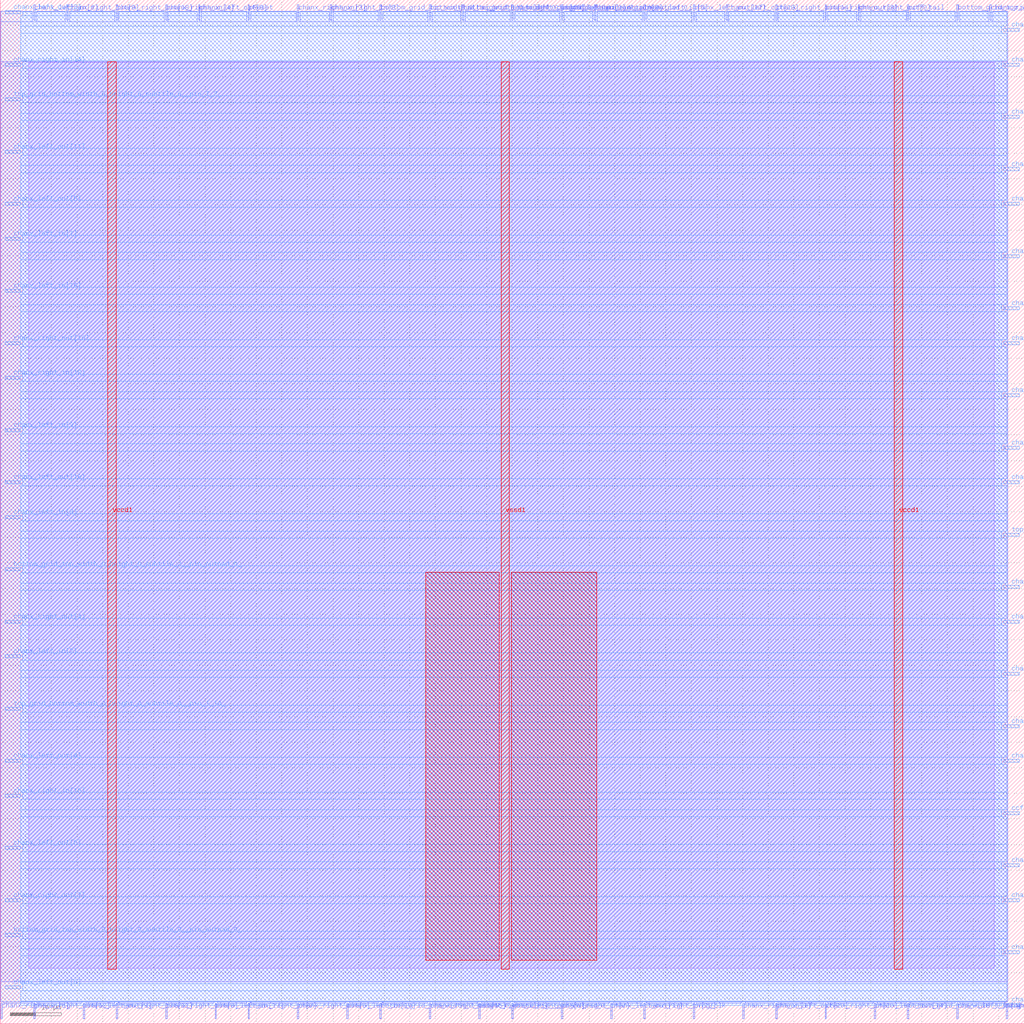
<source format=lef>
VERSION 5.7 ;
  NOWIREEXTENSIONATPIN ON ;
  DIVIDERCHAR "/" ;
  BUSBITCHARS "[]" ;
MACRO cbx_1__0_
  CLASS BLOCK ;
  FOREIGN cbx_1__0_ ;
  ORIGIN 0.000 0.000 ;
  SIZE 200.000 BY 200.000 ;
  PIN bottom_grid_top_width_0_height_0_subtile_0__pin_outpad_0_
    DIRECTION OUTPUT TRISTATE ;
    USE SIGNAL ;
    PORT
      LAYER met3 ;
        RECT 1.000 17.040 4.000 17.640 ;
    END
  END bottom_grid_top_width_0_height_0_subtile_0__pin_outpad_0_
  PIN bottom_grid_top_width_0_height_0_subtile_1__pin_outpad_0_
    DIRECTION OUTPUT TRISTATE ;
    USE SIGNAL ;
    PORT
      LAYER met2 ;
        RECT 186.850 196.000 187.130 199.000 ;
    END
  END bottom_grid_top_width_0_height_0_subtile_1__pin_outpad_0_
  PIN bottom_grid_top_width_0_height_0_subtile_2__pin_outpad_0_
    DIRECTION OUTPUT TRISTATE ;
    USE SIGNAL ;
    PORT
      LAYER met3 ;
        RECT 1.000 88.440 4.000 89.040 ;
    END
  END bottom_grid_top_width_0_height_0_subtile_2__pin_outpad_0_
  PIN bottom_grid_top_width_0_height_0_subtile_3__pin_outpad_0_
    DIRECTION OUTPUT TRISTATE ;
    USE SIGNAL ;
    PORT
      LAYER met2 ;
        RECT 177.190 1.000 177.470 4.000 ;
    END
  END bottom_grid_top_width_0_height_0_subtile_3__pin_outpad_0_
  PIN bottom_grid_top_width_0_height_0_subtile_4__pin_outpad_0_
    DIRECTION OUTPUT TRISTATE ;
    USE SIGNAL ;
    PORT
      LAYER met2 ;
        RECT 74.150 196.000 74.430 199.000 ;
    END
  END bottom_grid_top_width_0_height_0_subtile_4__pin_outpad_0_
  PIN bottom_grid_top_width_0_height_0_subtile_5__pin_outpad_0_
    DIRECTION OUTPUT TRISTATE ;
    USE SIGNAL ;
    PORT
      LAYER met2 ;
        RECT 83.810 196.000 84.090 199.000 ;
    END
  END bottom_grid_top_width_0_height_0_subtile_5__pin_outpad_0_
  PIN bottom_grid_top_width_0_height_0_subtile_6__pin_outpad_0_
    DIRECTION OUTPUT TRISTATE ;
    USE SIGNAL ;
    PORT
      LAYER met2 ;
        RECT 90.250 196.000 90.530 199.000 ;
    END
  END bottom_grid_top_width_0_height_0_subtile_6__pin_outpad_0_
  PIN bottom_grid_top_width_0_height_0_subtile_7__pin_outpad_0_
    DIRECTION OUTPUT TRISTATE ;
    USE SIGNAL ;
    PORT
      LAYER met2 ;
        RECT 74.150 1.000 74.430 4.000 ;
    END
  END bottom_grid_top_width_0_height_0_subtile_7__pin_outpad_0_
  PIN ccff_head
    DIRECTION INPUT ;
    USE SIGNAL ;
    PORT
      LAYER met3 ;
        RECT 196.000 40.840 199.000 41.440 ;
    END
  END ccff_head
  PIN ccff_tail
    DIRECTION OUTPUT TRISTATE ;
    USE SIGNAL ;
    PORT
      LAYER met2 ;
        RECT 177.190 196.000 177.470 199.000 ;
    END
  END ccff_tail
  PIN chanx_left_in[0]
    DIRECTION INPUT ;
    USE SIGNAL ;
    PORT
      LAYER met2 ;
        RECT 109.570 196.000 109.850 199.000 ;
    END
  END chanx_left_in[0]
  PIN chanx_left_in[10]
    DIRECTION INPUT ;
    USE SIGNAL ;
    PORT
      LAYER met2 ;
        RECT 67.710 1.000 67.990 4.000 ;
    END
  END chanx_left_in[10]
  PIN chanx_left_in[11]
    DIRECTION INPUT ;
    USE SIGNAL ;
    PORT
      LAYER met3 ;
        RECT 196.000 57.840 199.000 58.440 ;
    END
  END chanx_left_in[11]
  PIN chanx_left_in[12]
    DIRECTION INPUT ;
    USE SIGNAL ;
    PORT
      LAYER met3 ;
        RECT 196.000 85.040 199.000 85.640 ;
    END
  END chanx_left_in[12]
  PIN chanx_left_in[13]
    DIRECTION INPUT ;
    USE SIGNAL ;
    PORT
      LAYER met3 ;
        RECT 196.000 176.840 199.000 177.440 ;
    END
  END chanx_left_in[13]
  PIN chanx_left_in[14]
    DIRECTION INPUT ;
    USE SIGNAL ;
    PORT
      LAYER met3 ;
        RECT 196.000 159.840 199.000 160.440 ;
    END
  END chanx_left_in[14]
  PIN chanx_left_in[15]
    DIRECTION INPUT ;
    USE SIGNAL ;
    PORT
      LAYER met3 ;
        RECT 196.000 23.840 199.000 24.440 ;
    END
  END chanx_left_in[15]
  PIN chanx_left_in[16]
    DIRECTION INPUT ;
    USE SIGNAL ;
    PORT
      LAYER met3 ;
        RECT 1.000 142.840 4.000 143.440 ;
    END
  END chanx_left_in[16]
  PIN chanx_left_in[17]
    DIRECTION INPUT ;
    USE SIGNAL ;
    PORT
      LAYER met2 ;
        RECT 41.950 1.000 42.230 4.000 ;
    END
  END chanx_left_in[17]
  PIN chanx_left_in[18]
    DIRECTION INPUT ;
    USE SIGNAL ;
    PORT
      LAYER met3 ;
        RECT 196.000 132.640 199.000 133.240 ;
    END
  END chanx_left_in[18]
  PIN chanx_left_in[1]
    DIRECTION INPUT ;
    USE SIGNAL ;
    PORT
      LAYER met3 ;
        RECT 1.000 153.040 4.000 153.640 ;
    END
  END chanx_left_in[1]
  PIN chanx_left_in[2]
    DIRECTION INPUT ;
    USE SIGNAL ;
    PORT
      LAYER met3 ;
        RECT 1.000 71.440 4.000 72.040 ;
    END
  END chanx_left_in[2]
  PIN chanx_left_in[3]
    DIRECTION INPUT ;
    USE SIGNAL ;
    PORT
      LAYER met3 ;
        RECT 196.000 139.440 199.000 140.040 ;
    END
  END chanx_left_in[3]
  PIN chanx_left_in[4]
    DIRECTION INPUT ;
    USE SIGNAL ;
    PORT
      LAYER met2 ;
        RECT 186.850 1.000 187.130 4.000 ;
    END
  END chanx_left_in[4]
  PIN chanx_left_in[5]
    DIRECTION INPUT ;
    USE SIGNAL ;
    PORT
      LAYER met2 ;
        RECT 125.670 196.000 125.950 199.000 ;
    END
  END chanx_left_in[5]
  PIN chanx_left_in[6]
    DIRECTION INPUT ;
    USE SIGNAL ;
    PORT
      LAYER met2 ;
        RECT 6.530 196.000 6.810 199.000 ;
    END
  END chanx_left_in[6]
  PIN chanx_left_in[7]
    DIRECTION INPUT ;
    USE SIGNAL ;
    PORT
      LAYER met3 ;
        RECT 196.000 149.640 199.000 150.240 ;
    END
  END chanx_left_in[7]
  PIN chanx_left_in[8]
    DIRECTION INPUT ;
    USE SIGNAL ;
    PORT
      LAYER met3 ;
        RECT 1.000 98.640 4.000 99.240 ;
    END
  END chanx_left_in[8]
  PIN chanx_left_in[9]
    DIRECTION INPUT ;
    USE SIGNAL ;
    PORT
      LAYER met3 ;
        RECT 1.000 115.640 4.000 116.240 ;
    END
  END chanx_left_in[9]
  PIN chanx_left_out[0]
    DIRECTION OUTPUT TRISTATE ;
    USE SIGNAL ;
    PORT
      LAYER met3 ;
        RECT 1.000 6.840 4.000 7.440 ;
    END
  END chanx_left_out[0]
  PIN chanx_left_out[10]
    DIRECTION OUTPUT TRISTATE ;
    USE SIGNAL ;
    PORT
      LAYER met2 ;
        RECT 151.430 1.000 151.710 4.000 ;
    END
  END chanx_left_out[10]
  PIN chanx_left_out[11]
    DIRECTION OUTPUT TRISTATE ;
    USE SIGNAL ;
    PORT
      LAYER met3 ;
        RECT 1.000 170.040 4.000 170.640 ;
    END
  END chanx_left_out[11]
  PIN chanx_left_out[12]
    DIRECTION OUTPUT TRISTATE ;
    USE SIGNAL ;
    PORT
      LAYER met2 ;
        RECT 135.330 196.000 135.610 199.000 ;
    END
  END chanx_left_out[12]
  PIN chanx_left_out[13]
    DIRECTION OUTPUT TRISTATE ;
    USE SIGNAL ;
    PORT
      LAYER met2 ;
        RECT 141.770 196.000 142.050 199.000 ;
    END
  END chanx_left_out[13]
  PIN chanx_left_out[14]
    DIRECTION OUTPUT TRISTATE ;
    USE SIGNAL ;
    PORT
      LAYER met2 ;
        RECT 170.750 1.000 171.030 4.000 ;
    END
  END chanx_left_out[14]
  PIN chanx_left_out[15]
    DIRECTION OUTPUT TRISTATE ;
    USE SIGNAL ;
    PORT
      LAYER met2 ;
        RECT 99.910 196.000 100.190 199.000 ;
    END
  END chanx_left_out[15]
  PIN chanx_left_out[16]
    DIRECTION OUTPUT TRISTATE ;
    USE SIGNAL ;
    PORT
      LAYER met3 ;
        RECT 196.000 166.640 199.000 167.240 ;
    END
  END chanx_left_out[16]
  PIN chanx_left_out[17]
    DIRECTION OUTPUT TRISTATE ;
    USE SIGNAL ;
    PORT
      LAYER met2 ;
        RECT 119.230 1.000 119.510 4.000 ;
    END
  END chanx_left_out[17]
  PIN chanx_left_out[18]
    DIRECTION OUTPUT TRISTATE ;
    USE SIGNAL ;
    PORT
      LAYER met3 ;
        RECT 1.000 105.440 4.000 106.040 ;
    END
  END chanx_left_out[18]
  PIN chanx_left_out[1]
    DIRECTION OUTPUT TRISTATE ;
    USE SIGNAL ;
    PORT
      LAYER met3 ;
        RECT 196.000 3.440 199.000 4.040 ;
    END
  END chanx_left_out[1]
  PIN chanx_left_out[2]
    DIRECTION OUTPUT TRISTATE ;
    USE SIGNAL ;
    PORT
      LAYER met3 ;
        RECT 196.000 78.240 199.000 78.840 ;
    END
  END chanx_left_out[2]
  PIN chanx_left_out[3]
    DIRECTION OUTPUT TRISTATE ;
    USE SIGNAL ;
    PORT
      LAYER met3 ;
        RECT 1.000 197.240 4.000 197.840 ;
    END
  END chanx_left_out[3]
  PIN chanx_left_out[4]
    DIRECTION OUTPUT TRISTATE ;
    USE SIGNAL ;
    PORT
      LAYER met3 ;
        RECT 1.000 51.040 4.000 51.640 ;
    END
  END chanx_left_out[4]
  PIN chanx_left_out[5]
    DIRECTION OUTPUT TRISTATE ;
    USE SIGNAL ;
    PORT
      LAYER met3 ;
        RECT 1.000 159.840 4.000 160.440 ;
    END
  END chanx_left_out[5]
  PIN chanx_left_out[6]
    DIRECTION OUTPUT TRISTATE ;
    USE SIGNAL ;
    PORT
      LAYER met3 ;
        RECT 1.000 34.040 4.000 34.640 ;
    END
  END chanx_left_out[6]
  PIN chanx_left_out[7]
    DIRECTION OUTPUT TRISTATE ;
    USE SIGNAL ;
    PORT
      LAYER met3 ;
        RECT 196.000 187.040 199.000 187.640 ;
    END
  END chanx_left_out[7]
  PIN chanx_left_out[8]
    DIRECTION OUTPUT TRISTATE ;
    USE SIGNAL ;
    PORT
      LAYER met2 ;
        RECT 38.730 196.000 39.010 199.000 ;
    END
  END chanx_left_out[8]
  PIN chanx_left_out[9]
    DIRECTION OUTPUT TRISTATE ;
    USE SIGNAL ;
    PORT
      LAYER met2 ;
        RECT 16.190 1.000 16.470 4.000 ;
    END
  END chanx_left_out[9]
  PIN chanx_right_in[0]
    DIRECTION INPUT ;
    USE SIGNAL ;
    PORT
      LAYER met2 ;
        RECT 48.390 1.000 48.670 4.000 ;
    END
  END chanx_right_in[0]
  PIN chanx_right_in[10]
    DIRECTION INPUT ;
    USE SIGNAL ;
    PORT
      LAYER met2 ;
        RECT 161.090 1.000 161.370 4.000 ;
    END
  END chanx_right_in[10]
  PIN chanx_right_in[11]
    DIRECTION INPUT ;
    USE SIGNAL ;
    PORT
      LAYER met3 ;
        RECT 196.000 68.040 199.000 68.640 ;
    END
  END chanx_right_in[11]
  PIN chanx_right_in[12]
    DIRECTION INPUT ;
    USE SIGNAL ;
    PORT
      LAYER met3 ;
        RECT 196.000 30.640 199.000 31.240 ;
    END
  END chanx_right_in[12]
  PIN chanx_right_in[13]
    DIRECTION INPUT ;
    USE SIGNAL ;
    PORT
      LAYER met2 ;
        RECT 125.670 1.000 125.950 4.000 ;
    END
  END chanx_right_in[13]
  PIN chanx_right_in[14]
    DIRECTION INPUT ;
    USE SIGNAL ;
    PORT
      LAYER met3 ;
        RECT 1.000 187.040 4.000 187.640 ;
    END
  END chanx_right_in[14]
  PIN chanx_right_in[15]
    DIRECTION INPUT ;
    USE SIGNAL ;
    PORT
      LAYER met2 ;
        RECT 196.510 1.000 196.790 4.000 ;
    END
  END chanx_right_in[15]
  PIN chanx_right_in[16]
    DIRECTION INPUT ;
    USE SIGNAL ;
    PORT
      LAYER met3 ;
        RECT 1.000 44.240 4.000 44.840 ;
    END
  END chanx_right_in[16]
  PIN chanx_right_in[17]
    DIRECTION INPUT ;
    USE SIGNAL ;
    PORT
      LAYER met3 ;
        RECT 196.000 51.040 199.000 51.640 ;
    END
  END chanx_right_in[17]
  PIN chanx_right_in[18]
    DIRECTION INPUT ;
    USE SIGNAL ;
    PORT
      LAYER met3 ;
        RECT 1.000 125.840 4.000 126.440 ;
    END
  END chanx_right_in[18]
  PIN chanx_right_in[1]
    DIRECTION INPUT ;
    USE SIGNAL ;
    PORT
      LAYER met2 ;
        RECT 144.990 1.000 145.270 4.000 ;
    END
  END chanx_right_in[1]
  PIN chanx_right_in[2]
    DIRECTION INPUT ;
    USE SIGNAL ;
    PORT
      LAYER met3 ;
        RECT 196.000 122.440 199.000 123.040 ;
    END
  END chanx_right_in[2]
  PIN chanx_right_in[3]
    DIRECTION INPUT ;
    USE SIGNAL ;
    PORT
      LAYER met2 ;
        RECT 58.050 196.000 58.330 199.000 ;
    END
  END chanx_right_in[3]
  PIN chanx_right_in[4]
    DIRECTION INPUT ;
    USE SIGNAL ;
    PORT
      LAYER met2 ;
        RECT 32.290 196.000 32.570 199.000 ;
    END
  END chanx_right_in[4]
  PIN chanx_right_in[5]
    DIRECTION INPUT ;
    USE SIGNAL ;
    PORT
      LAYER met2 ;
        RECT 93.470 1.000 93.750 4.000 ;
    END
  END chanx_right_in[5]
  PIN chanx_right_in[6]
    DIRECTION INPUT ;
    USE SIGNAL ;
    PORT
      LAYER met2 ;
        RECT 0.090 1.000 0.370 4.000 ;
    END
  END chanx_right_in[6]
  PIN chanx_right_in[7]
    DIRECTION INPUT ;
    USE SIGNAL ;
    PORT
      LAYER met2 ;
        RECT 109.570 1.000 109.850 4.000 ;
    END
  END chanx_right_in[7]
  PIN chanx_right_in[8]
    DIRECTION INPUT ;
    USE SIGNAL ;
    PORT
      LAYER met2 ;
        RECT 64.490 196.000 64.770 199.000 ;
    END
  END chanx_right_in[8]
  PIN chanx_right_in[9]
    DIRECTION INPUT ;
    USE SIGNAL ;
    PORT
      LAYER met2 ;
        RECT 116.010 196.000 116.290 199.000 ;
    END
  END chanx_right_in[9]
  PIN chanx_right_out[0]
    DIRECTION OUTPUT TRISTATE ;
    USE SIGNAL ;
    PORT
      LAYER met2 ;
        RECT 167.530 196.000 167.810 199.000 ;
    END
  END chanx_right_out[0]
  PIN chanx_right_out[10]
    DIRECTION OUTPUT TRISTATE ;
    USE SIGNAL ;
    PORT
      LAYER met3 ;
        RECT 1.000 132.640 4.000 133.240 ;
    END
  END chanx_right_out[10]
  PIN chanx_right_out[11]
    DIRECTION OUTPUT TRISTATE ;
    USE SIGNAL ;
    PORT
      LAYER met2 ;
        RECT 22.630 1.000 22.910 4.000 ;
    END
  END chanx_right_out[11]
  PIN chanx_right_out[12]
    DIRECTION OUTPUT TRISTATE ;
    USE SIGNAL ;
    PORT
      LAYER met2 ;
        RECT 6.530 1.000 6.810 4.000 ;
    END
  END chanx_right_out[12]
  PIN chanx_right_out[13]
    DIRECTION OUTPUT TRISTATE ;
    USE SIGNAL ;
    PORT
      LAYER met2 ;
        RECT 193.290 196.000 193.570 199.000 ;
    END
  END chanx_right_out[13]
  PIN chanx_right_out[14]
    DIRECTION OUTPUT TRISTATE ;
    USE SIGNAL ;
    PORT
      LAYER met2 ;
        RECT 151.430 196.000 151.710 199.000 ;
    END
  END chanx_right_out[14]
  PIN chanx_right_out[15]
    DIRECTION OUTPUT TRISTATE ;
    USE SIGNAL ;
    PORT
      LAYER met2 ;
        RECT 83.810 1.000 84.090 4.000 ;
    END
  END chanx_right_out[15]
  PIN chanx_right_out[16]
    DIRECTION OUTPUT TRISTATE ;
    USE SIGNAL ;
    PORT
      LAYER met3 ;
        RECT 196.000 193.840 199.000 194.440 ;
    END
  END chanx_right_out[16]
  PIN chanx_right_out[17]
    DIRECTION OUTPUT TRISTATE ;
    USE SIGNAL ;
    PORT
      LAYER met3 ;
        RECT 196.000 13.640 199.000 14.240 ;
    END
  END chanx_right_out[17]
  PIN chanx_right_out[18]
    DIRECTION OUTPUT TRISTATE ;
    USE SIGNAL ;
    PORT
      LAYER met2 ;
        RECT 22.630 196.000 22.910 199.000 ;
    END
  END chanx_right_out[18]
  PIN chanx_right_out[1]
    DIRECTION OUTPUT TRISTATE ;
    USE SIGNAL ;
    PORT
      LAYER met3 ;
        RECT 196.000 105.440 199.000 106.040 ;
    END
  END chanx_right_out[1]
  PIN chanx_right_out[2]
    DIRECTION OUTPUT TRISTATE ;
    USE SIGNAL ;
    PORT
      LAYER met2 ;
        RECT 32.290 1.000 32.570 4.000 ;
    END
  END chanx_right_out[2]
  PIN chanx_right_out[3]
    DIRECTION OUTPUT TRISTATE ;
    USE SIGNAL ;
    PORT
      LAYER met2 ;
        RECT 58.050 1.000 58.330 4.000 ;
    END
  END chanx_right_out[3]
  PIN chanx_right_out[4]
    DIRECTION OUTPUT TRISTATE ;
    USE SIGNAL ;
    PORT
      LAYER met3 ;
        RECT 1.000 78.240 4.000 78.840 ;
    END
  END chanx_right_out[4]
  PIN chanx_right_out[5]
    DIRECTION OUTPUT TRISTATE ;
    USE SIGNAL ;
    PORT
      LAYER met3 ;
        RECT 196.000 112.240 199.000 112.840 ;
    END
  END chanx_right_out[5]
  PIN chanx_right_out[6]
    DIRECTION OUTPUT TRISTATE ;
    USE SIGNAL ;
    PORT
      LAYER met2 ;
        RECT 99.910 1.000 100.190 4.000 ;
    END
  END chanx_right_out[6]
  PIN chanx_right_out[7]
    DIRECTION OUTPUT TRISTATE ;
    USE SIGNAL ;
    PORT
      LAYER met3 ;
        RECT 1.000 23.840 4.000 24.440 ;
    END
  END chanx_right_out[7]
  PIN chanx_right_out[8]
    DIRECTION OUTPUT TRISTATE ;
    USE SIGNAL ;
    PORT
      LAYER met2 ;
        RECT 161.090 196.000 161.370 199.000 ;
    END
  END chanx_right_out[8]
  PIN chanx_right_out[9]
    DIRECTION OUTPUT TRISTATE ;
    USE SIGNAL ;
    PORT
      LAYER met2 ;
        RECT 12.970 196.000 13.250 199.000 ;
    END
  END chanx_right_out[9]
  PIN pReset
    DIRECTION INPUT ;
    USE SIGNAL ;
    PORT
      LAYER met2 ;
        RECT 48.390 196.000 48.670 199.000 ;
    END
  END pReset
  PIN prog_clk
    DIRECTION INPUT ;
    USE SIGNAL ;
    PORT
      LAYER met2 ;
        RECT 135.330 1.000 135.610 4.000 ;
    END
  END prog_clk
  PIN top_grid_bottom_width_0_height_0_subtile_0__pin_I_10_
    DIRECTION OUTPUT TRISTATE ;
    USE SIGNAL ;
    PORT
      LAYER met3 ;
        RECT 1.000 61.240 4.000 61.840 ;
    END
  END top_grid_bottom_width_0_height_0_subtile_0__pin_I_10_
  PIN top_grid_bottom_width_0_height_0_subtile_0__pin_I_2_
    DIRECTION OUTPUT TRISTATE ;
    USE SIGNAL ;
    PORT
      LAYER met3 ;
        RECT 1.000 180.240 4.000 180.840 ;
    END
  END top_grid_bottom_width_0_height_0_subtile_0__pin_I_2_
  PIN top_grid_bottom_width_0_height_0_subtile_0__pin_I_6_
    DIRECTION OUTPUT TRISTATE ;
    USE SIGNAL ;
    PORT
      LAYER met3 ;
        RECT 196.000 95.240 199.000 95.840 ;
    END
  END top_grid_bottom_width_0_height_0_subtile_0__pin_I_6_
  PIN vccd1
    DIRECTION INOUT ;
    USE POWER ;
    PORT
      LAYER met4 ;
        RECT 21.040 10.640 22.640 187.920 ;
    END
    PORT
      LAYER met4 ;
        RECT 174.640 10.640 176.240 187.920 ;
    END
  END vccd1
  PIN vssd1
    DIRECTION INOUT ;
    USE GROUND ;
    PORT
      LAYER met4 ;
        RECT 97.840 10.640 99.440 187.920 ;
    END
  END vssd1
  OBS
      LAYER li1 ;
        RECT 5.520 10.795 194.120 187.765 ;
      LAYER met1 ;
        RECT 0.070 8.200 196.810 187.920 ;
      LAYER met2 ;
        RECT 0.100 195.720 6.250 197.725 ;
        RECT 7.090 195.720 12.690 197.725 ;
        RECT 13.530 195.720 22.350 197.725 ;
        RECT 23.190 195.720 32.010 197.725 ;
        RECT 32.850 195.720 38.450 197.725 ;
        RECT 39.290 195.720 48.110 197.725 ;
        RECT 48.950 195.720 57.770 197.725 ;
        RECT 58.610 195.720 64.210 197.725 ;
        RECT 65.050 195.720 73.870 197.725 ;
        RECT 74.710 195.720 83.530 197.725 ;
        RECT 84.370 195.720 89.970 197.725 ;
        RECT 90.810 195.720 99.630 197.725 ;
        RECT 100.470 195.720 109.290 197.725 ;
        RECT 110.130 195.720 115.730 197.725 ;
        RECT 116.570 195.720 125.390 197.725 ;
        RECT 126.230 195.720 135.050 197.725 ;
        RECT 135.890 195.720 141.490 197.725 ;
        RECT 142.330 195.720 151.150 197.725 ;
        RECT 151.990 195.720 160.810 197.725 ;
        RECT 161.650 195.720 167.250 197.725 ;
        RECT 168.090 195.720 176.910 197.725 ;
        RECT 177.750 195.720 186.570 197.725 ;
        RECT 187.410 195.720 193.010 197.725 ;
        RECT 193.850 195.720 196.780 197.725 ;
        RECT 0.100 4.280 196.780 195.720 ;
        RECT 0.650 4.000 6.250 4.280 ;
        RECT 7.090 4.000 15.910 4.280 ;
        RECT 16.750 4.000 22.350 4.280 ;
        RECT 23.190 4.000 32.010 4.280 ;
        RECT 32.850 4.000 41.670 4.280 ;
        RECT 42.510 4.000 48.110 4.280 ;
        RECT 48.950 4.000 57.770 4.280 ;
        RECT 58.610 4.000 67.430 4.280 ;
        RECT 68.270 4.000 73.870 4.280 ;
        RECT 74.710 4.000 83.530 4.280 ;
        RECT 84.370 4.000 93.190 4.280 ;
        RECT 94.030 4.000 99.630 4.280 ;
        RECT 100.470 4.000 109.290 4.280 ;
        RECT 110.130 4.000 118.950 4.280 ;
        RECT 119.790 4.000 125.390 4.280 ;
        RECT 126.230 4.000 135.050 4.280 ;
        RECT 135.890 4.000 144.710 4.280 ;
        RECT 145.550 4.000 151.150 4.280 ;
        RECT 151.990 4.000 160.810 4.280 ;
        RECT 161.650 4.000 170.470 4.280 ;
        RECT 171.310 4.000 176.910 4.280 ;
        RECT 177.750 4.000 186.570 4.280 ;
        RECT 187.410 4.000 196.230 4.280 ;
      LAYER met3 ;
        RECT 4.400 196.840 196.570 197.705 ;
        RECT 4.000 194.840 196.570 196.840 ;
        RECT 4.000 193.440 195.600 194.840 ;
        RECT 4.000 188.040 196.570 193.440 ;
        RECT 4.400 186.640 195.600 188.040 ;
        RECT 4.000 181.240 196.570 186.640 ;
        RECT 4.400 179.840 196.570 181.240 ;
        RECT 4.000 177.840 196.570 179.840 ;
        RECT 4.000 176.440 195.600 177.840 ;
        RECT 4.000 171.040 196.570 176.440 ;
        RECT 4.400 169.640 196.570 171.040 ;
        RECT 4.000 167.640 196.570 169.640 ;
        RECT 4.000 166.240 195.600 167.640 ;
        RECT 4.000 160.840 196.570 166.240 ;
        RECT 4.400 159.440 195.600 160.840 ;
        RECT 4.000 154.040 196.570 159.440 ;
        RECT 4.400 152.640 196.570 154.040 ;
        RECT 4.000 150.640 196.570 152.640 ;
        RECT 4.000 149.240 195.600 150.640 ;
        RECT 4.000 143.840 196.570 149.240 ;
        RECT 4.400 142.440 196.570 143.840 ;
        RECT 4.000 140.440 196.570 142.440 ;
        RECT 4.000 139.040 195.600 140.440 ;
        RECT 4.000 133.640 196.570 139.040 ;
        RECT 4.400 132.240 195.600 133.640 ;
        RECT 4.000 126.840 196.570 132.240 ;
        RECT 4.400 125.440 196.570 126.840 ;
        RECT 4.000 123.440 196.570 125.440 ;
        RECT 4.000 122.040 195.600 123.440 ;
        RECT 4.000 116.640 196.570 122.040 ;
        RECT 4.400 115.240 196.570 116.640 ;
        RECT 4.000 113.240 196.570 115.240 ;
        RECT 4.000 111.840 195.600 113.240 ;
        RECT 4.000 106.440 196.570 111.840 ;
        RECT 4.400 105.040 195.600 106.440 ;
        RECT 4.000 99.640 196.570 105.040 ;
        RECT 4.400 98.240 196.570 99.640 ;
        RECT 4.000 96.240 196.570 98.240 ;
        RECT 4.000 94.840 195.600 96.240 ;
        RECT 4.000 89.440 196.570 94.840 ;
        RECT 4.400 88.040 196.570 89.440 ;
        RECT 4.000 86.040 196.570 88.040 ;
        RECT 4.000 84.640 195.600 86.040 ;
        RECT 4.000 79.240 196.570 84.640 ;
        RECT 4.400 77.840 195.600 79.240 ;
        RECT 4.000 72.440 196.570 77.840 ;
        RECT 4.400 71.040 196.570 72.440 ;
        RECT 4.000 69.040 196.570 71.040 ;
        RECT 4.000 67.640 195.600 69.040 ;
        RECT 4.000 62.240 196.570 67.640 ;
        RECT 4.400 60.840 196.570 62.240 ;
        RECT 4.000 58.840 196.570 60.840 ;
        RECT 4.000 57.440 195.600 58.840 ;
        RECT 4.000 52.040 196.570 57.440 ;
        RECT 4.400 50.640 195.600 52.040 ;
        RECT 4.000 45.240 196.570 50.640 ;
        RECT 4.400 43.840 196.570 45.240 ;
        RECT 4.000 41.840 196.570 43.840 ;
        RECT 4.000 40.440 195.600 41.840 ;
        RECT 4.000 35.040 196.570 40.440 ;
        RECT 4.400 33.640 196.570 35.040 ;
        RECT 4.000 31.640 196.570 33.640 ;
        RECT 4.000 30.240 195.600 31.640 ;
        RECT 4.000 24.840 196.570 30.240 ;
        RECT 4.400 23.440 195.600 24.840 ;
        RECT 4.000 18.040 196.570 23.440 ;
        RECT 4.400 16.640 196.570 18.040 ;
        RECT 4.000 14.640 196.570 16.640 ;
        RECT 4.000 13.240 195.600 14.640 ;
        RECT 4.000 7.840 196.570 13.240 ;
        RECT 4.400 6.440 196.570 7.840 ;
        RECT 4.000 4.440 196.570 6.440 ;
        RECT 4.000 3.590 195.600 4.440 ;
      LAYER met4 ;
        RECT 83.095 12.415 97.440 88.225 ;
        RECT 99.840 12.415 116.545 88.225 ;
  END
END cbx_1__0_
END LIBRARY


</source>
